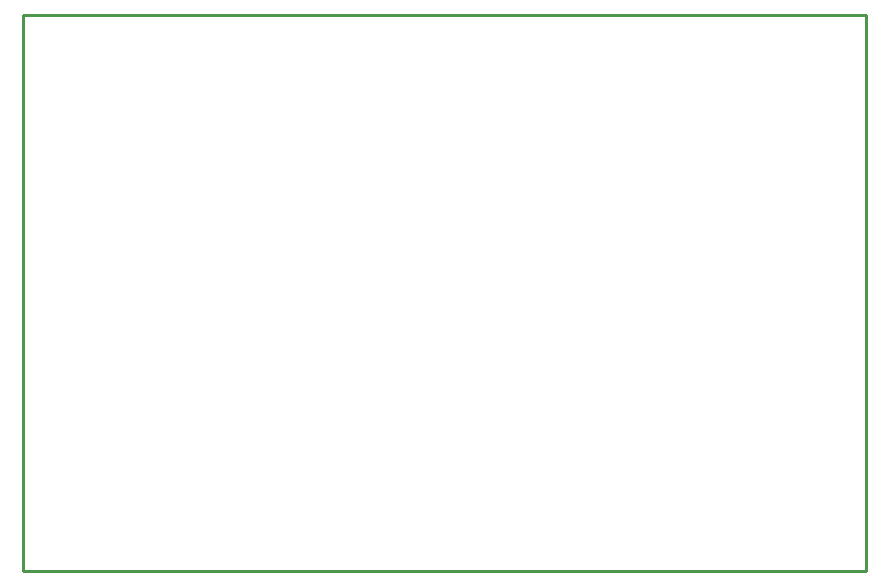
<source format=gm1>
G04*
G04 #@! TF.GenerationSoftware,Altium Limited,Altium Designer,20.0.13 (296)*
G04*
G04 Layer_Color=16711935*
%FSLAX25Y25*%
%MOIN*%
G70*
G01*
G75*
%ADD11C,0.01000*%
D11*
X-1500Y185039D02*
X-1500Y0D01*
X279528D01*
Y185039D01*
X-1500D02*
X279528D01*
M02*

</source>
